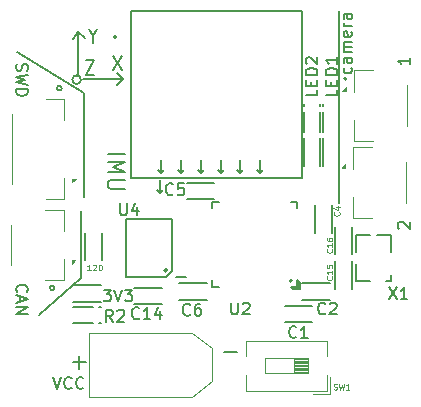
<source format=gbr>
%TF.GenerationSoftware,KiCad,Pcbnew,(6.0.1)*%
%TF.CreationDate,2022-11-26T20:31:09+08:00*%
%TF.ProjectId,IMU_base_V7,494d555f-6261-4736-955f-56372e6b6963,rev?*%
%TF.SameCoordinates,Original*%
%TF.FileFunction,Legend,Top*%
%TF.FilePolarity,Positive*%
%FSLAX46Y46*%
G04 Gerber Fmt 4.6, Leading zero omitted, Abs format (unit mm)*
G04 Created by KiCad (PCBNEW (6.0.1)) date 2022-11-26 20:31:09*
%MOMM*%
%LPD*%
G01*
G04 APERTURE LIST*
%ADD10C,0.200000*%
%ADD11C,0.150000*%
%ADD12C,0.187499*%
%ADD13C,0.100000*%
%ADD14C,0.125000*%
%ADD15C,0.120000*%
%ADD16C,0.050000*%
G04 APERTURE END LIST*
D10*
X207147619Y-73185714D02*
X207100000Y-73138095D01*
X207052380Y-73042857D01*
X207052380Y-72804761D01*
X207100000Y-72709523D01*
X207147619Y-72661904D01*
X207242857Y-72614285D01*
X207338095Y-72614285D01*
X207480952Y-72661904D01*
X208052380Y-73233333D01*
X208052380Y-72614285D01*
X208052380Y-58714285D02*
X208052380Y-59285714D01*
X208052380Y-59000000D02*
X207052380Y-59000000D01*
X207195238Y-59095238D01*
X207290476Y-59190476D01*
X207338095Y-59285714D01*
D11*
X202700000Y-60500000D02*
G75*
G03*
X202700000Y-60500000I-100000J0D01*
G01*
X178000000Y-78200000D02*
G75*
G03*
X178000000Y-78200000I-200000J0D01*
G01*
X178600000Y-61300000D02*
G75*
G03*
X178600000Y-61300000I-200000J0D01*
G01*
X203104761Y-59571428D02*
X203152380Y-59666666D01*
X203152380Y-59857142D01*
X203104761Y-59952380D01*
X203057142Y-60000000D01*
X202961904Y-60047619D01*
X202676190Y-60047619D01*
X202580952Y-60000000D01*
X202533333Y-59952380D01*
X202485714Y-59857142D01*
X202485714Y-59666666D01*
X202533333Y-59571428D01*
X203152380Y-58714285D02*
X202628571Y-58714285D01*
X202533333Y-58761904D01*
X202485714Y-58857142D01*
X202485714Y-59047619D01*
X202533333Y-59142857D01*
X203104761Y-58714285D02*
X203152380Y-58809523D01*
X203152380Y-59047619D01*
X203104761Y-59142857D01*
X203009523Y-59190476D01*
X202914285Y-59190476D01*
X202819047Y-59142857D01*
X202771428Y-59047619D01*
X202771428Y-58809523D01*
X202723809Y-58714285D01*
X203152380Y-58238095D02*
X202485714Y-58238095D01*
X202580952Y-58238095D02*
X202533333Y-58190476D01*
X202485714Y-58095238D01*
X202485714Y-57952380D01*
X202533333Y-57857142D01*
X202628571Y-57809523D01*
X203152380Y-57809523D01*
X202628571Y-57809523D02*
X202533333Y-57761904D01*
X202485714Y-57666666D01*
X202485714Y-57523809D01*
X202533333Y-57428571D01*
X202628571Y-57380952D01*
X203152380Y-57380952D01*
X203104761Y-56523809D02*
X203152380Y-56619047D01*
X203152380Y-56809523D01*
X203104761Y-56904761D01*
X203009523Y-56952380D01*
X202628571Y-56952380D01*
X202533333Y-56904761D01*
X202485714Y-56809523D01*
X202485714Y-56619047D01*
X202533333Y-56523809D01*
X202628571Y-56476190D01*
X202723809Y-56476190D01*
X202819047Y-56952380D01*
X203152380Y-56047619D02*
X202485714Y-56047619D01*
X202676190Y-56047619D02*
X202580952Y-56000000D01*
X202533333Y-55952380D01*
X202485714Y-55857142D01*
X202485714Y-55761904D01*
X203152380Y-55000000D02*
X202628571Y-55000000D01*
X202533333Y-55047619D01*
X202485714Y-55142857D01*
X202485714Y-55333333D01*
X202533333Y-55428571D01*
X203104761Y-55000000D02*
X203152380Y-55095238D01*
X203152380Y-55333333D01*
X203104761Y-55428571D01*
X203009523Y-55476190D01*
X202914285Y-55476190D01*
X202819047Y-55428571D01*
X202771428Y-55333333D01*
X202771428Y-55095238D01*
X202723809Y-55000000D01*
X174842857Y-78557142D02*
X174795238Y-78509523D01*
X174747619Y-78366666D01*
X174747619Y-78271428D01*
X174795238Y-78128571D01*
X174890476Y-78033333D01*
X174985714Y-77985714D01*
X175176190Y-77938095D01*
X175319047Y-77938095D01*
X175509523Y-77985714D01*
X175604761Y-78033333D01*
X175700000Y-78128571D01*
X175747619Y-78271428D01*
X175747619Y-78366666D01*
X175700000Y-78509523D01*
X175652380Y-78557142D01*
X175033333Y-78938095D02*
X175033333Y-79414285D01*
X174747619Y-78842857D02*
X175747619Y-79176190D01*
X174747619Y-79509523D01*
X174747619Y-79842857D02*
X175747619Y-79842857D01*
X174747619Y-80414285D01*
X175747619Y-80414285D01*
D10*
X174795238Y-59242857D02*
X174747619Y-59385714D01*
X174747619Y-59623809D01*
X174795238Y-59719047D01*
X174842857Y-59766666D01*
X174938095Y-59814285D01*
X175033333Y-59814285D01*
X175128571Y-59766666D01*
X175176190Y-59719047D01*
X175223809Y-59623809D01*
X175271428Y-59433333D01*
X175319047Y-59338095D01*
X175366666Y-59290476D01*
X175461904Y-59242857D01*
X175557142Y-59242857D01*
X175652380Y-59290476D01*
X175700000Y-59338095D01*
X175747619Y-59433333D01*
X175747619Y-59671428D01*
X175700000Y-59814285D01*
X175747619Y-60147619D02*
X174747619Y-60385714D01*
X175461904Y-60576190D01*
X174747619Y-60766666D01*
X175747619Y-61004761D01*
X174747619Y-61385714D02*
X175747619Y-61385714D01*
X175747619Y-61623809D01*
X175700000Y-61766666D01*
X175604761Y-61861904D01*
X175509523Y-61909523D01*
X175319047Y-61957142D01*
X175176190Y-61957142D01*
X174985714Y-61909523D01*
X174890476Y-61861904D01*
X174795238Y-61766666D01*
X174747619Y-61623809D01*
X174747619Y-61385714D01*
D11*
X202100000Y-62625000D02*
X202100000Y-54800000D01*
X202100000Y-71000000D02*
X202100000Y-62625000D01*
X180200000Y-77400000D02*
X176700000Y-80500000D01*
X180200000Y-71700000D02*
X180200000Y-77400000D01*
X180500000Y-61700000D02*
X180500000Y-70500000D01*
X174800000Y-58200000D02*
X180500000Y-61700000D01*
X198100000Y-77600000D02*
G75*
G03*
X198100000Y-77600000I-100000J0D01*
G01*
X187541421Y-76700000D02*
G75*
G03*
X187541421Y-76700000I-141421J0D01*
G01*
D12*
X186963388Y-69045912D02*
X186963388Y-70188768D01*
X187220530Y-69903054D02*
X186963388Y-70188768D01*
X186706245Y-69903054D01*
X187039588Y-67344112D02*
X187039588Y-68486968D01*
X187296730Y-68201254D02*
X187039588Y-68486968D01*
X186782445Y-68201254D01*
X188711015Y-67344112D02*
X188711015Y-68486968D01*
X188968158Y-68201254D02*
X188711015Y-68486968D01*
X188453872Y-68201254D01*
X190382442Y-67344112D02*
X190382442Y-68486968D01*
X190639585Y-68201254D02*
X190382442Y-68486968D01*
X190125300Y-68201254D01*
X192053870Y-67344112D02*
X192053870Y-68486968D01*
X192311012Y-68201254D02*
X192053870Y-68486968D01*
X191796727Y-68201254D01*
X193725297Y-67344112D02*
X193725297Y-68486968D01*
X193982440Y-68201254D02*
X193725297Y-68486968D01*
X193468154Y-68201254D01*
X195396724Y-67344112D02*
X195396724Y-68486968D01*
X195653867Y-68201254D02*
X195396724Y-68486968D01*
X195139582Y-68201254D01*
D11*
X180644185Y-58944654D02*
X181364185Y-58944654D01*
X180644185Y-60144654D01*
X181364185Y-60144654D01*
D10*
X179503799Y-60574321D02*
G75*
G03*
X180236447Y-60574321I366324J0D01*
G01*
X179543598Y-57111640D02*
X180026198Y-56578240D01*
X180026198Y-60163597D02*
X180026198Y-56578240D01*
X183008600Y-56950594D02*
G75*
G03*
X183262600Y-56950594I127000J0D01*
G01*
X180236447Y-60574321D02*
G75*
G03*
X179503799Y-60574321I-366324J0D01*
G01*
D12*
X182492950Y-66873223D02*
X183992949Y-66873223D01*
X182492950Y-67516080D02*
X183992949Y-67516080D01*
X182921521Y-67966080D01*
X183992949Y-68416079D01*
X182492950Y-68416079D01*
X183992949Y-69058936D02*
X182778664Y-69058936D01*
X182635807Y-69123222D01*
X182564379Y-69187507D01*
X182492950Y-69316079D01*
X182492950Y-69573221D01*
X182564379Y-69701793D01*
X182635807Y-69766078D01*
X182778664Y-69830364D01*
X183992949Y-69830364D01*
D10*
X183313522Y-61063319D02*
X183821522Y-60529921D01*
X184481800Y-54766197D02*
X198934400Y-54766197D01*
X198934400Y-68867733D02*
X198934400Y-54766197D01*
X180026198Y-56578240D02*
X180559596Y-57086240D01*
D11*
X182955585Y-58589054D02*
X183675585Y-59789054D01*
X183675585Y-58589054D02*
X182955585Y-59789054D01*
X181256447Y-56906225D02*
X181256447Y-57477654D01*
X180896447Y-56277654D02*
X181256447Y-56906225D01*
X181616447Y-56277654D01*
D10*
X184481800Y-68867733D02*
X198934400Y-68867733D01*
X183288122Y-60047321D02*
X183821522Y-60529921D01*
X184481800Y-68867733D02*
X184481800Y-54766197D01*
X180392522Y-60529921D02*
X183821522Y-60529921D01*
X183262600Y-56950594D02*
G75*
G03*
X183008600Y-56950594I-127000J0D01*
G01*
D11*
%TO.C,LED1*%
X201952380Y-61419047D02*
X201952380Y-61895238D01*
X200952380Y-61895238D01*
X201428571Y-61085714D02*
X201428571Y-60752380D01*
X201952380Y-60609523D02*
X201952380Y-61085714D01*
X200952380Y-61085714D01*
X200952380Y-60609523D01*
X201952380Y-60180952D02*
X200952380Y-60180952D01*
X200952380Y-59942857D01*
X201000000Y-59800000D01*
X201095238Y-59704761D01*
X201190476Y-59657142D01*
X201380952Y-59609523D01*
X201523809Y-59609523D01*
X201714285Y-59657142D01*
X201809523Y-59704761D01*
X201904761Y-59800000D01*
X201952380Y-59942857D01*
X201952380Y-60180952D01*
X201952380Y-58657142D02*
X201952380Y-59228571D01*
X201952380Y-58942857D02*
X200952380Y-58942857D01*
X201095238Y-59038095D01*
X201190476Y-59133333D01*
X201238095Y-59228571D01*
%TO.C,U4*%
X183538095Y-71052380D02*
X183538095Y-71861904D01*
X183585714Y-71957142D01*
X183633333Y-72004761D01*
X183728571Y-72052380D01*
X183919047Y-72052380D01*
X184014285Y-72004761D01*
X184061904Y-71957142D01*
X184109523Y-71861904D01*
X184109523Y-71052380D01*
X185014285Y-71385714D02*
X185014285Y-72052380D01*
X184776190Y-71004761D02*
X184538095Y-71719047D01*
X185157142Y-71719047D01*
%TO.C,C14*%
X185157142Y-80757142D02*
X185109523Y-80804761D01*
X184966666Y-80852380D01*
X184871428Y-80852380D01*
X184728571Y-80804761D01*
X184633333Y-80709523D01*
X184585714Y-80614285D01*
X184538095Y-80423809D01*
X184538095Y-80280952D01*
X184585714Y-80090476D01*
X184633333Y-79995238D01*
X184728571Y-79900000D01*
X184871428Y-79852380D01*
X184966666Y-79852380D01*
X185109523Y-79900000D01*
X185157142Y-79947619D01*
X186109523Y-80852380D02*
X185538095Y-80852380D01*
X185823809Y-80852380D02*
X185823809Y-79852380D01*
X185728571Y-79995238D01*
X185633333Y-80090476D01*
X185538095Y-80138095D01*
X186966666Y-80185714D02*
X186966666Y-80852380D01*
X186728571Y-79804761D02*
X186490476Y-80519047D01*
X187109523Y-80519047D01*
D13*
%TO.C,C4*%
X202078571Y-71783333D02*
X202102380Y-71807142D01*
X202126190Y-71878571D01*
X202126190Y-71926190D01*
X202102380Y-71997619D01*
X202054761Y-72045238D01*
X202007142Y-72069047D01*
X201911904Y-72092857D01*
X201840476Y-72092857D01*
X201745238Y-72069047D01*
X201697619Y-72045238D01*
X201650000Y-71997619D01*
X201626190Y-71926190D01*
X201626190Y-71878571D01*
X201650000Y-71807142D01*
X201673809Y-71783333D01*
X201792857Y-71354761D02*
X202126190Y-71354761D01*
X201602380Y-71473809D02*
X201959523Y-71592857D01*
X201959523Y-71283333D01*
D11*
%TO.C,C2*%
X200933333Y-80357142D02*
X200885714Y-80404761D01*
X200742857Y-80452380D01*
X200647619Y-80452380D01*
X200504761Y-80404761D01*
X200409523Y-80309523D01*
X200361904Y-80214285D01*
X200314285Y-80023809D01*
X200314285Y-79880952D01*
X200361904Y-79690476D01*
X200409523Y-79595238D01*
X200504761Y-79500000D01*
X200647619Y-79452380D01*
X200742857Y-79452380D01*
X200885714Y-79500000D01*
X200933333Y-79547619D01*
X201314285Y-79547619D02*
X201361904Y-79500000D01*
X201457142Y-79452380D01*
X201695238Y-79452380D01*
X201790476Y-79500000D01*
X201838095Y-79547619D01*
X201885714Y-79642857D01*
X201885714Y-79738095D01*
X201838095Y-79880952D01*
X201266666Y-80452380D01*
X201885714Y-80452380D01*
%TO.C,LED2*%
X200252380Y-61419047D02*
X200252380Y-61895238D01*
X199252380Y-61895238D01*
X199728571Y-61085714D02*
X199728571Y-60752380D01*
X200252380Y-60609523D02*
X200252380Y-61085714D01*
X199252380Y-61085714D01*
X199252380Y-60609523D01*
X200252380Y-60180952D02*
X199252380Y-60180952D01*
X199252380Y-59942857D01*
X199300000Y-59800000D01*
X199395238Y-59704761D01*
X199490476Y-59657142D01*
X199680952Y-59609523D01*
X199823809Y-59609523D01*
X200014285Y-59657142D01*
X200109523Y-59704761D01*
X200204761Y-59800000D01*
X200252380Y-59942857D01*
X200252380Y-60180952D01*
X199347619Y-59228571D02*
X199300000Y-59180952D01*
X199252380Y-59085714D01*
X199252380Y-58847619D01*
X199300000Y-58752380D01*
X199347619Y-58704761D01*
X199442857Y-58657142D01*
X199538095Y-58657142D01*
X199680952Y-58704761D01*
X200252380Y-59276190D01*
X200252380Y-58657142D01*
%TO.C,VCC*%
X177866666Y-85752380D02*
X178200000Y-86752380D01*
X178533333Y-85752380D01*
X179438095Y-86657142D02*
X179390476Y-86704761D01*
X179247619Y-86752380D01*
X179152380Y-86752380D01*
X179009523Y-86704761D01*
X178914285Y-86609523D01*
X178866666Y-86514285D01*
X178819047Y-86323809D01*
X178819047Y-86180952D01*
X178866666Y-85990476D01*
X178914285Y-85895238D01*
X179009523Y-85800000D01*
X179152380Y-85752380D01*
X179247619Y-85752380D01*
X179390476Y-85800000D01*
X179438095Y-85847619D01*
X180438095Y-86657142D02*
X180390476Y-86704761D01*
X180247619Y-86752380D01*
X180152380Y-86752380D01*
X180009523Y-86704761D01*
X179914285Y-86609523D01*
X179866666Y-86514285D01*
X179819047Y-86323809D01*
X179819047Y-86180952D01*
X179866666Y-85990476D01*
X179914285Y-85895238D01*
X180009523Y-85800000D01*
X180152380Y-85752380D01*
X180247619Y-85752380D01*
X180390476Y-85800000D01*
X180438095Y-85847619D01*
X179528571Y-84507142D02*
X180671428Y-84507142D01*
X180100000Y-85078571D02*
X180100000Y-83935714D01*
X192328571Y-83607142D02*
X193471428Y-83607142D01*
%TO.C,C5*%
X188033333Y-70257142D02*
X187985714Y-70304761D01*
X187842857Y-70352380D01*
X187747619Y-70352380D01*
X187604761Y-70304761D01*
X187509523Y-70209523D01*
X187461904Y-70114285D01*
X187414285Y-69923809D01*
X187414285Y-69780952D01*
X187461904Y-69590476D01*
X187509523Y-69495238D01*
X187604761Y-69400000D01*
X187747619Y-69352380D01*
X187842857Y-69352380D01*
X187985714Y-69400000D01*
X188033333Y-69447619D01*
X188938095Y-69352380D02*
X188461904Y-69352380D01*
X188414285Y-69828571D01*
X188461904Y-69780952D01*
X188557142Y-69733333D01*
X188795238Y-69733333D01*
X188890476Y-69780952D01*
X188938095Y-69828571D01*
X188985714Y-69923809D01*
X188985714Y-70161904D01*
X188938095Y-70257142D01*
X188890476Y-70304761D01*
X188795238Y-70352380D01*
X188557142Y-70352380D01*
X188461904Y-70304761D01*
X188414285Y-70257142D01*
%TO.C,C6*%
X189483333Y-80457142D02*
X189435714Y-80504761D01*
X189292857Y-80552380D01*
X189197619Y-80552380D01*
X189054761Y-80504761D01*
X188959523Y-80409523D01*
X188911904Y-80314285D01*
X188864285Y-80123809D01*
X188864285Y-79980952D01*
X188911904Y-79790476D01*
X188959523Y-79695238D01*
X189054761Y-79600000D01*
X189197619Y-79552380D01*
X189292857Y-79552380D01*
X189435714Y-79600000D01*
X189483333Y-79647619D01*
X190340476Y-79552380D02*
X190150000Y-79552380D01*
X190054761Y-79600000D01*
X190007142Y-79647619D01*
X189911904Y-79790476D01*
X189864285Y-79980952D01*
X189864285Y-80361904D01*
X189911904Y-80457142D01*
X189959523Y-80504761D01*
X190054761Y-80552380D01*
X190245238Y-80552380D01*
X190340476Y-80504761D01*
X190388095Y-80457142D01*
X190435714Y-80361904D01*
X190435714Y-80123809D01*
X190388095Y-80028571D01*
X190340476Y-79980952D01*
X190245238Y-79933333D01*
X190054761Y-79933333D01*
X189959523Y-79980952D01*
X189911904Y-80028571D01*
X189864285Y-80123809D01*
%TO.C,U2*%
X192938095Y-79452380D02*
X192938095Y-80261904D01*
X192985714Y-80357142D01*
X193033333Y-80404761D01*
X193128571Y-80452380D01*
X193319047Y-80452380D01*
X193414285Y-80404761D01*
X193461904Y-80357142D01*
X193509523Y-80261904D01*
X193509523Y-79452380D01*
X193938095Y-79547619D02*
X193985714Y-79500000D01*
X194080952Y-79452380D01*
X194319047Y-79452380D01*
X194414285Y-79500000D01*
X194461904Y-79547619D01*
X194509523Y-79642857D01*
X194509523Y-79738095D01*
X194461904Y-79880952D01*
X193890476Y-80452380D01*
X194509523Y-80452380D01*
%TO.C,X1*%
X206290476Y-78152380D02*
X206957142Y-79152380D01*
X206957142Y-78152380D02*
X206290476Y-79152380D01*
X207861904Y-79152380D02*
X207290476Y-79152380D01*
X207576190Y-79152380D02*
X207576190Y-78152380D01*
X207480952Y-78295238D01*
X207385714Y-78390476D01*
X207290476Y-78438095D01*
D14*
%TO.C,SW1*%
X201633333Y-86802380D02*
X201704761Y-86826190D01*
X201823809Y-86826190D01*
X201871428Y-86802380D01*
X201895238Y-86778571D01*
X201919047Y-86730952D01*
X201919047Y-86683333D01*
X201895238Y-86635714D01*
X201871428Y-86611904D01*
X201823809Y-86588095D01*
X201728571Y-86564285D01*
X201680952Y-86540476D01*
X201657142Y-86516666D01*
X201633333Y-86469047D01*
X201633333Y-86421428D01*
X201657142Y-86373809D01*
X201680952Y-86350000D01*
X201728571Y-86326190D01*
X201847619Y-86326190D01*
X201919047Y-86350000D01*
X202085714Y-86326190D02*
X202204761Y-86826190D01*
X202300000Y-86469047D01*
X202395238Y-86826190D01*
X202514285Y-86326190D01*
X202966666Y-86826190D02*
X202680952Y-86826190D01*
X202823809Y-86826190D02*
X202823809Y-86326190D01*
X202776190Y-86397619D01*
X202728571Y-86445238D01*
X202680952Y-86469047D01*
D11*
%TO.C,3V3*%
X182161904Y-78352380D02*
X182780952Y-78352380D01*
X182447619Y-78733333D01*
X182590476Y-78733333D01*
X182685714Y-78780952D01*
X182733333Y-78828571D01*
X182780952Y-78923809D01*
X182780952Y-79161904D01*
X182733333Y-79257142D01*
X182685714Y-79304761D01*
X182590476Y-79352380D01*
X182304761Y-79352380D01*
X182209523Y-79304761D01*
X182161904Y-79257142D01*
X183066666Y-78352380D02*
X183400000Y-79352380D01*
X183733333Y-78352380D01*
X183971428Y-78352380D02*
X184590476Y-78352380D01*
X184257142Y-78733333D01*
X184400000Y-78733333D01*
X184495238Y-78780952D01*
X184542857Y-78828571D01*
X184590476Y-78923809D01*
X184590476Y-79161904D01*
X184542857Y-79257142D01*
X184495238Y-79304761D01*
X184400000Y-79352380D01*
X184114285Y-79352380D01*
X184019047Y-79304761D01*
X183971428Y-79257142D01*
%TO.C,R2*%
X182933333Y-81052380D02*
X182600000Y-80576190D01*
X182361904Y-81052380D02*
X182361904Y-80052380D01*
X182742857Y-80052380D01*
X182838095Y-80100000D01*
X182885714Y-80147619D01*
X182933333Y-80242857D01*
X182933333Y-80385714D01*
X182885714Y-80480952D01*
X182838095Y-80528571D01*
X182742857Y-80576190D01*
X182361904Y-80576190D01*
X183314285Y-80147619D02*
X183361904Y-80100000D01*
X183457142Y-80052380D01*
X183695238Y-80052380D01*
X183790476Y-80100000D01*
X183838095Y-80147619D01*
X183885714Y-80242857D01*
X183885714Y-80338095D01*
X183838095Y-80480952D01*
X183266666Y-81052380D01*
X183885714Y-81052380D01*
%TO.C,C1*%
X198483333Y-82357142D02*
X198435714Y-82404761D01*
X198292857Y-82452380D01*
X198197619Y-82452380D01*
X198054761Y-82404761D01*
X197959523Y-82309523D01*
X197911904Y-82214285D01*
X197864285Y-82023809D01*
X197864285Y-81880952D01*
X197911904Y-81690476D01*
X197959523Y-81595238D01*
X198054761Y-81500000D01*
X198197619Y-81452380D01*
X198292857Y-81452380D01*
X198435714Y-81500000D01*
X198483333Y-81547619D01*
X199435714Y-82452380D02*
X198864285Y-82452380D01*
X199150000Y-82452380D02*
X199150000Y-81452380D01*
X199054761Y-81595238D01*
X198959523Y-81690476D01*
X198864285Y-81738095D01*
D13*
%TO.C,C15*%
X201478571Y-77221428D02*
X201502380Y-77245238D01*
X201526190Y-77316666D01*
X201526190Y-77364285D01*
X201502380Y-77435714D01*
X201454761Y-77483333D01*
X201407142Y-77507142D01*
X201311904Y-77530952D01*
X201240476Y-77530952D01*
X201145238Y-77507142D01*
X201097619Y-77483333D01*
X201050000Y-77435714D01*
X201026190Y-77364285D01*
X201026190Y-77316666D01*
X201050000Y-77245238D01*
X201073809Y-77221428D01*
X201526190Y-76745238D02*
X201526190Y-77030952D01*
X201526190Y-76888095D02*
X201026190Y-76888095D01*
X201097619Y-76935714D01*
X201145238Y-76983333D01*
X201169047Y-77030952D01*
X201026190Y-76292857D02*
X201026190Y-76530952D01*
X201264285Y-76554761D01*
X201240476Y-76530952D01*
X201216666Y-76483333D01*
X201216666Y-76364285D01*
X201240476Y-76316666D01*
X201264285Y-76292857D01*
X201311904Y-76269047D01*
X201430952Y-76269047D01*
X201478571Y-76292857D01*
X201502380Y-76316666D01*
X201526190Y-76364285D01*
X201526190Y-76483333D01*
X201502380Y-76530952D01*
X201478571Y-76554761D01*
D14*
%TO.C,120*%
X181066666Y-76726190D02*
X180780952Y-76726190D01*
X180923809Y-76726190D02*
X180923809Y-76226190D01*
X180876190Y-76297619D01*
X180828571Y-76345238D01*
X180780952Y-76369047D01*
X181257142Y-76273809D02*
X181280952Y-76250000D01*
X181328571Y-76226190D01*
X181447619Y-76226190D01*
X181495238Y-76250000D01*
X181519047Y-76273809D01*
X181542857Y-76321428D01*
X181542857Y-76369047D01*
X181519047Y-76440476D01*
X181233333Y-76726190D01*
X181542857Y-76726190D01*
X181852380Y-76226190D02*
X181900000Y-76226190D01*
X181947619Y-76250000D01*
X181971428Y-76273809D01*
X181995238Y-76321428D01*
X182019047Y-76416666D01*
X182019047Y-76535714D01*
X181995238Y-76630952D01*
X181971428Y-76678571D01*
X181947619Y-76702380D01*
X181900000Y-76726190D01*
X181852380Y-76726190D01*
X181804761Y-76702380D01*
X181780952Y-76678571D01*
X181757142Y-76630952D01*
X181733333Y-76535714D01*
X181733333Y-76416666D01*
X181757142Y-76321428D01*
X181780952Y-76273809D01*
X181804761Y-76250000D01*
X181852380Y-76226190D01*
D13*
%TO.C,C16*%
X201478571Y-74921428D02*
X201502380Y-74945238D01*
X201526190Y-75016666D01*
X201526190Y-75064285D01*
X201502380Y-75135714D01*
X201454761Y-75183333D01*
X201407142Y-75207142D01*
X201311904Y-75230952D01*
X201240476Y-75230952D01*
X201145238Y-75207142D01*
X201097619Y-75183333D01*
X201050000Y-75135714D01*
X201026190Y-75064285D01*
X201026190Y-75016666D01*
X201050000Y-74945238D01*
X201073809Y-74921428D01*
X201526190Y-74445238D02*
X201526190Y-74730952D01*
X201526190Y-74588095D02*
X201026190Y-74588095D01*
X201097619Y-74635714D01*
X201145238Y-74683333D01*
X201169047Y-74730952D01*
X201026190Y-74016666D02*
X201026190Y-74111904D01*
X201050000Y-74159523D01*
X201073809Y-74183333D01*
X201145238Y-74230952D01*
X201240476Y-74254761D01*
X201430952Y-74254761D01*
X201478571Y-74230952D01*
X201502380Y-74207142D01*
X201526190Y-74159523D01*
X201526190Y-74064285D01*
X201502380Y-74016666D01*
X201478571Y-73992857D01*
X201430952Y-73969047D01*
X201311904Y-73969047D01*
X201264285Y-73992857D01*
X201240476Y-74016666D01*
X201216666Y-74064285D01*
X201216666Y-74159523D01*
X201240476Y-74207142D01*
X201264285Y-74230952D01*
X201311904Y-74254761D01*
D11*
%TO.C,LED1*%
X200700000Y-63292000D02*
X200700000Y-64975000D01*
X202100000Y-63292000D02*
X202100000Y-64975000D01*
X200700000Y-62625000D02*
X200700000Y-62784000D01*
X202100000Y-62625000D02*
X202100000Y-62784000D01*
D10*
%TO.C,U4*%
X184050000Y-72350000D02*
X187950000Y-72350000D01*
X187950000Y-72350000D02*
X187950000Y-76750000D01*
X187950000Y-76750000D02*
X187450000Y-77250000D01*
X187450000Y-77250000D02*
X184050000Y-77250000D01*
X184050000Y-77250000D02*
X184050000Y-72350000D01*
X189100000Y-77300000D02*
X188300000Y-77300000D01*
D11*
%TO.C,C14*%
X184725000Y-78200000D02*
X187075000Y-78200000D01*
X184725000Y-79600000D02*
X187075000Y-79600000D01*
%TO.C,C4*%
X201450000Y-73575000D02*
X201450000Y-71225000D01*
X200050000Y-73575000D02*
X200050000Y-71225000D01*
%TO.C,C2*%
X198975000Y-77800000D02*
X201325000Y-77800000D01*
X198975000Y-79200000D02*
X201325000Y-79200000D01*
D15*
%TO.C,J1*%
X178838000Y-62190000D02*
X178838000Y-63990000D01*
X177238000Y-70660000D02*
X178838000Y-70660000D01*
X174368000Y-69390000D02*
X174368000Y-63460000D01*
X177238000Y-62190000D02*
X178838000Y-62190000D01*
X178838000Y-70660000D02*
X178838000Y-68860000D01*
D16*
X179518000Y-69245000D02*
X179518000Y-68945000D01*
X179518000Y-68945000D02*
X179818000Y-68945000D01*
X179818000Y-68945000D02*
X179518000Y-69245000D01*
G36*
X179518000Y-69245000D02*
G01*
X179518000Y-68945000D01*
X179818000Y-68945000D01*
X179518000Y-69245000D01*
G37*
X179518000Y-69245000D02*
X179518000Y-68945000D01*
X179818000Y-68945000D01*
X179518000Y-69245000D01*
%TO.C,J6*%
X179440000Y-76145000D02*
X179440000Y-75845000D01*
X179440000Y-75845000D02*
X179740000Y-75845000D01*
X179740000Y-75845000D02*
X179440000Y-76145000D01*
G36*
X179440000Y-76145000D02*
G01*
X179440000Y-75845000D01*
X179740000Y-75845000D01*
X179440000Y-76145000D01*
G37*
X179440000Y-76145000D02*
X179440000Y-75845000D01*
X179740000Y-75845000D01*
X179440000Y-76145000D01*
D15*
X178760000Y-71590000D02*
X178760000Y-73390000D01*
X177160000Y-77560000D02*
X178760000Y-77560000D01*
X178760000Y-77560000D02*
X178760000Y-75760000D01*
X177160000Y-71590000D02*
X178760000Y-71590000D01*
X174290000Y-76290000D02*
X174290000Y-72860000D01*
D11*
%TO.C,LED2*%
X199100000Y-62625000D02*
X199100000Y-62784000D01*
X200500000Y-63292000D02*
X200500000Y-64975000D01*
X199100000Y-63292000D02*
X199100000Y-64975000D01*
X200500000Y-62625000D02*
X200500000Y-62784000D01*
D15*
%TO.C,VCC*%
X189660000Y-87410000D02*
X180940000Y-87410000D01*
X189660000Y-81990000D02*
X180940000Y-81990000D01*
X191360000Y-86110000D02*
X189660000Y-87410000D01*
X191360000Y-83290000D02*
X189660000Y-81990000D01*
X180940000Y-87410000D02*
X180940000Y-81990000D01*
X191360000Y-86110000D02*
X191360000Y-83290000D01*
D11*
%TO.C,R7*%
X200500000Y-65525000D02*
X200500000Y-67875000D01*
X199100000Y-65525000D02*
X199100000Y-67875000D01*
%TO.C,C5*%
X191525000Y-69300000D02*
X189175000Y-69300000D01*
X191525000Y-70700000D02*
X189175000Y-70700000D01*
%TO.C,C6*%
X190925000Y-77800000D02*
X188575000Y-77800000D01*
X190925000Y-79200000D02*
X188575000Y-79200000D01*
D10*
%TO.C,U2*%
X198550000Y-71450000D02*
X198550000Y-70900000D01*
X191350000Y-70900000D02*
X191350000Y-71450000D01*
X191350000Y-78100000D02*
X191900000Y-78100000D01*
X191350000Y-77550000D02*
X191350000Y-78100000D01*
X191900000Y-70900000D02*
X191350000Y-70900000D01*
X198550000Y-70900000D02*
X198000000Y-70900000D01*
X198000000Y-78100000D02*
X198550000Y-78100000D01*
X198550000Y-78100000D02*
X198550000Y-77550000D01*
X198550000Y-77550000D02*
X198750000Y-77750000D01*
X198750000Y-77750000D02*
X198750000Y-78300000D01*
X198750000Y-78300000D02*
X198200000Y-78300000D01*
X198200000Y-78300000D02*
X198000000Y-78100000D01*
G36*
X198750000Y-77750000D02*
G01*
X198750000Y-78300000D01*
X198200000Y-78300000D01*
X198000000Y-78100000D01*
X198550000Y-78100000D01*
X198550000Y-77550000D01*
X198750000Y-77750000D01*
G37*
X198750000Y-77750000D02*
X198750000Y-78300000D01*
X198200000Y-78300000D01*
X198000000Y-78100000D01*
X198550000Y-78100000D01*
X198550000Y-77550000D01*
X198750000Y-77750000D01*
%TO.C,X1*%
X206025000Y-77650000D02*
X206525000Y-77650000D01*
X203525000Y-77650000D02*
X203525000Y-76200000D01*
X204725000Y-77650000D02*
X203525000Y-77650000D01*
X205325000Y-73750000D02*
X206525000Y-73750000D01*
X206525000Y-77650000D02*
X206525000Y-77150000D01*
X204725000Y-73750000D02*
X203525000Y-73750000D01*
X206525000Y-73750000D02*
X206525000Y-75200000D01*
X203525000Y-73750000D02*
X203525000Y-75200000D01*
D15*
%TO.C,SW1*%
X199460000Y-85075000D02*
X198253333Y-85075000D01*
X199460000Y-84955000D02*
X198253333Y-84955000D01*
X199460000Y-84595000D02*
X198253333Y-84595000D01*
X195840000Y-85435000D02*
X199460000Y-85435000D01*
X199460000Y-84835000D02*
X198253333Y-84835000D01*
X199460000Y-84165000D02*
X195840000Y-84165000D01*
X201300000Y-87150000D02*
X199917000Y-87150000D01*
X201300000Y-87150000D02*
X201300000Y-85767000D01*
X194240000Y-86910000D02*
X194240000Y-85600000D01*
X201060000Y-86910000D02*
X194240000Y-86910000D01*
X194240000Y-84000000D02*
X194240000Y-82690000D01*
X199460000Y-84235000D02*
X198253333Y-84235000D01*
X201060000Y-84000000D02*
X201060000Y-82690000D01*
X201060000Y-82690000D02*
X194240000Y-82690000D01*
X198253333Y-85435000D02*
X198253333Y-84165000D01*
X199460000Y-84715000D02*
X198253333Y-84715000D01*
X199460000Y-85195000D02*
X198253333Y-85195000D01*
X199460000Y-85315000D02*
X198253333Y-85315000D01*
X201060000Y-86910000D02*
X201060000Y-85600000D01*
X195840000Y-84165000D02*
X195840000Y-85435000D01*
X199460000Y-84475000D02*
X198253333Y-84475000D01*
X199460000Y-85435000D02*
X199460000Y-84165000D01*
X199460000Y-84355000D02*
X198253333Y-84355000D01*
D11*
%TO.C,3V3*%
X181258000Y-79800000D02*
X179575000Y-79800000D01*
X181925000Y-79800000D02*
X181766000Y-79800000D01*
X181258000Y-81200000D02*
X179575000Y-81200000D01*
X181925000Y-81200000D02*
X181766000Y-81200000D01*
D15*
%TO.C,J3*%
X203340000Y-59790000D02*
X203340000Y-61590000D01*
X204940000Y-59790000D02*
X203340000Y-59790000D01*
X203340000Y-65760000D02*
X203340000Y-63960000D01*
X204940000Y-65760000D02*
X203340000Y-65760000D01*
X207810000Y-61060000D02*
X207810000Y-64490000D01*
D16*
X202660000Y-61205000D02*
X202660000Y-61505000D01*
X202660000Y-61505000D02*
X202360000Y-61505000D01*
X202360000Y-61505000D02*
X202660000Y-61205000D01*
G36*
X202660000Y-61505000D02*
G01*
X202360000Y-61505000D01*
X202660000Y-61205000D01*
X202660000Y-61505000D01*
G37*
X202660000Y-61505000D02*
X202360000Y-61505000D01*
X202660000Y-61205000D01*
X202660000Y-61505000D01*
D11*
%TO.C,R2*%
X179575000Y-78000000D02*
X181925000Y-78000000D01*
X179575000Y-79400000D02*
X181925000Y-79400000D01*
%TO.C,R6*%
X200700000Y-65525000D02*
X200700000Y-67875000D01*
X202100000Y-65525000D02*
X202100000Y-67875000D01*
%TO.C,C1*%
X197475000Y-81100000D02*
X199825000Y-81100000D01*
X197475000Y-79700000D02*
X199825000Y-79700000D01*
%TO.C,C15*%
X201750000Y-78275000D02*
X201750000Y-75925000D01*
X203150000Y-78275000D02*
X203150000Y-75925000D01*
D15*
%TO.C,J4*%
X207760000Y-67585000D02*
X207760000Y-71015000D01*
X203290000Y-66315000D02*
X203290000Y-68115000D01*
X203290000Y-72285000D02*
X203290000Y-70485000D01*
X204890000Y-66315000D02*
X203290000Y-66315000D01*
X204890000Y-72285000D02*
X203290000Y-72285000D01*
D16*
X202610000Y-67730000D02*
X202610000Y-68030000D01*
X202610000Y-68030000D02*
X202310000Y-68030000D01*
X202310000Y-68030000D02*
X202610000Y-67730000D01*
G36*
X202610000Y-68030000D02*
G01*
X202310000Y-68030000D01*
X202610000Y-67730000D01*
X202610000Y-68030000D01*
G37*
X202610000Y-68030000D02*
X202310000Y-68030000D01*
X202610000Y-67730000D01*
X202610000Y-68030000D01*
D11*
%TO.C,120*%
X180600000Y-73525000D02*
X180600000Y-75875000D01*
X182000000Y-73525000D02*
X182000000Y-75875000D01*
%TO.C,C16*%
X201750000Y-73025000D02*
X201750000Y-75375000D01*
X203150000Y-73025000D02*
X203150000Y-75375000D01*
%TD*%
M02*

</source>
